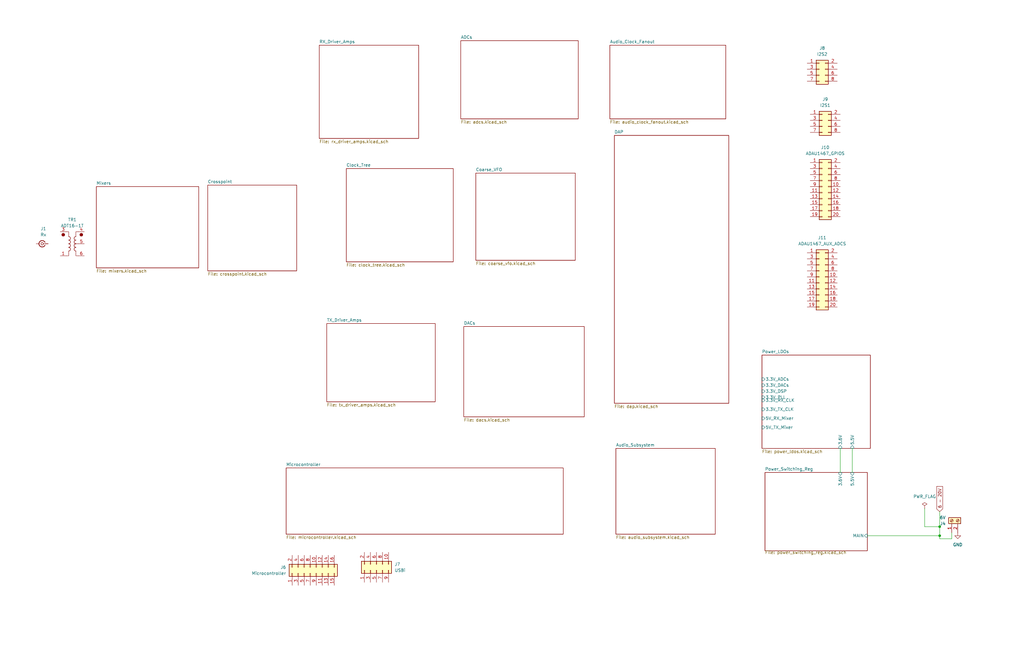
<source format=kicad_sch>
(kicad_sch (version 20250114) (generator "eeschema") (generator_version "9.0")
  (paper "B")
  (title_block (title "HF Software Defined Radio with Polyphase Mixer (12 Phase)") (date "2025-12-31") (rev "0.0") (company "Andy McCann KA3KAF and Doug McCann KA3KAG"))
  (lib_symbols
    (symbol "Connector:Conn_Coaxial_Small" (pin_numbers (hide yes)) (pin_names (offset 1.016) (hide yes))
      (property "Reference" "J" (at 0.254 3.048 0))
      (property "Value" "Conn_Coaxial_Small" (at 0 -3.81 0))
      (symbol "Conn_Coaxial_Small_0_1"
        (polyline (pts (xy -2.54 0) (xy -0.508 0)))
        (circle (center 0 0) (radius 0.508) (stroke (width 0.2032)))
      )
      (symbol "Conn_Coaxial_Small_1_1"
        (arc (start 1.3484 0.0039) (mid 0.327 -1.308) (end -1.1916 -0.6311) (stroke (width 0.3048)))
        (arc (start -1.1916 0.6311) (mid 0.327 1.3081) (end 1.3484 -0.0039) (stroke (width 0.3048)))
        (pin passive line (at -2.54 0 0) (length 1.27) (name "In") (number "1"))
        (pin passive line (at 2.54 0 180) (length 1.27) (name "Ext") (number "2"))
      )
    )
    (symbol "Connector:Screw_Terminal_01x02" (pin_names (offset 1.016) (hide yes))
      (property "Reference" "J" (at 0 2.54 0))
      (property "Value" "Screw_Terminal_01x02" (at 0 -5.08 0))
      (symbol "Screw_Terminal_01x02_1_1"
        (rectangle (start -1.27 1.27) (end 1.27 -3.81) (stroke (width 0.254)) (fill (type background)))
        (polyline (pts (xy -0.5334 0.3302) (xy 0.3302 -0.508)) (stroke (width 0.1524)))
        (polyline (pts (xy -0.5334 -2.2098) (xy 0.3302 -3.048)) (stroke (width 0.1524)))
        (polyline (pts (xy -0.3556 0.508) (xy 0.508 -0.3302)) (stroke (width 0.1524)))
        (polyline (pts (xy -0.3556 -2.032) (xy 0.508 -2.8702)) (stroke (width 0.1524)))
        (circle (center 0 0) (radius 0.635) (stroke (width 0.1524)))
        (circle (center 0 -2.54) (radius 0.635) (stroke (width 0.1524)))
        (pin passive line (at -5.08 0 0) (length 3.81) (name "Pin_1") (number "1"))
        (pin passive line (at -5.08 -2.54 0) (length 3.81) (name "Pin_2") (number "2"))
      )
    )
    (symbol "Connector_Generic:Conn_02x04_Odd_Even" (pin_names (offset 1.016) (hide yes))
      (property "Reference" "J" (at 1.27 5.08 0))
      (property "Value" "Conn_02x04_Odd_Even" (at 1.27 -7.62 0))
      (symbol "Conn_02x04_Odd_Even_1_1"
        (rectangle (start -1.27 3.81) (end 3.81 -6.35) (stroke (width 0.254)) (fill (type background)))
        (rectangle (start -1.27 2.667) (end 0 2.413) (stroke (width 0.1524)))
        (rectangle (start -1.27 0.127) (end 0 -0.127) (stroke (width 0.1524)))
        (rectangle (start -1.27 -2.413) (end 0 -2.667) (stroke (width 0.1524)))
        (rectangle (start -1.27 -4.953) (end 0 -5.207) (stroke (width 0.1524)))
        (rectangle (start 3.81 2.667) (end 2.54 2.413) (stroke (width 0.1524)))
        (rectangle (start 3.81 0.127) (end 2.54 -0.127) (stroke (width 0.1524)))
        (rectangle (start 3.81 -2.413) (end 2.54 -2.667) (stroke (width 0.1524)))
        (rectangle (start 3.81 -4.953) (end 2.54 -5.207) (stroke (width 0.1524)))
        (pin passive line (at -5.08 2.54 0) (length 3.81) (name "Pin_1") (number "1"))
        (pin passive line (at -5.08 0 0) (length 3.81) (name "Pin_3") (number "3"))
        (pin passive line (at -5.08 -2.54 0) (length 3.81) (name "Pin_5") (number "5"))
        (pin passive line (at -5.08 -5.08 0) (length 3.81) (name "Pin_7") (number "7"))
        (pin passive line (at 7.62 2.54 180) (length 3.81) (name "Pin_2") (number "2"))
        (pin passive line (at 7.62 0 180) (length 3.81) (name "Pin_4") (number "4"))
        (pin passive line (at 7.62 -2.54 180) (length 3.81) (name "Pin_6") (number "6"))
        (pin passive line (at 7.62 -5.08 180) (length 3.81) (name "Pin_8") (number "8"))
      )
    )
    (symbol "Connector_Generic:Conn_02x05_Odd_Even" (pin_names (offset 1.016) (hide yes))
      (property "Reference" "J" (at 1.27 7.62 0))
      (property "Value" "Conn_02x05_Odd_Even" (at 1.27 -7.62 0))
      (symbol "Conn_02x05_Odd_Even_1_1"
        (rectangle (start -1.27 6.35) (end 3.81 -6.35) (stroke (width 0.254)) (fill (type background)))
        (rectangle (start -1.27 5.207) (end 0 4.953) (stroke (width 0.1524)))
        (rectangle (start -1.27 2.667) (end 0 2.413) (stroke (width 0.1524)))
        (rectangle (start -1.27 0.127) (end 0 -0.127) (stroke (width 0.1524)))
        (rectangle (start -1.27 -2.413) (end 0 -2.667) (stroke (width 0.1524)))
        (rectangle (start -1.27 -4.953) (end 0 -5.207) (stroke (width 0.1524)))
        (rectangle (start 3.81 5.207) (end 2.54 4.953) (stroke (width 0.1524)))
        (rectangle (start 3.81 2.667) (end 2.54 2.413) (stroke (width 0.1524)))
        (rectangle (start 3.81 0.127) (end 2.54 -0.127) (stroke (width 0.1524)))
        (rectangle (start 3.81 -2.413) (end 2.54 -2.667) (stroke (width 0.1524)))
        (rectangle (start 3.81 -4.953) (end 2.54 -5.207) (stroke (width 0.1524)))
        (pin passive line (at -5.08 5.08 0) (length 3.81) (name "Pin_1") (number "1"))
        (pin passive line (at -5.08 2.54 0) (length 3.81) (name "Pin_3") (number "3"))
        (pin passive line (at -5.08 0 0) (length 3.81) (name "Pin_5") (number "5"))
        (pin passive line (at -5.08 -2.54 0) (length 3.81) (name "Pin_7") (number "7"))
        (pin passive line (at -5.08 -5.08 0) (length 3.81) (name "Pin_9") (number "9"))
        (pin passive line (at 7.62 5.08 180) (length 3.81) (name "Pin_2") (number "2"))
        (pin passive line (at 7.62 2.54 180) (length 3.81) (name "Pin_4") (number "4"))
        (pin passive line (at 7.62 0 180) (length 3.81) (name "Pin_6") (number "6"))
        (pin passive line (at 7.62 -2.54 180) (length 3.81) (name "Pin_8") (number "8"))
        (pin passive line (at 7.62 -5.08 180) (length 3.81) (name "Pin_10") (number "10"))
      )
    )
    (symbol "Connector_Generic:Conn_02x08_Odd_Even" (pin_names (offset 1.016) (hide yes))
      (property "Reference" "J" (at 1.27 10.16 0))
      (property "Value" "Conn_02x08_Odd_Even" (at 1.27 -12.7 0))
      (symbol "Conn_02x08_Odd_Even_1_1"
        (rectangle (start -1.27 8.89) (end 3.81 -11.43) (stroke (width 0.254)) (fill (type background)))
        (rectangle (start -1.27 7.747) (end 0 7.493) (stroke (width 0.1524)))
        (rectangle (start -1.27 5.207) (end 0 4.953) (stroke (width 0.1524)))
        (rectangle (start -1.27 2.667) (end 0 2.413) (stroke (width 0.1524)))
        (rectangle (start -1.27 0.127) (end 0 -0.127) (stroke (width 0.1524)))
        (rectangle (start -1.27 -2.413) (end 0 -2.667) (stroke (width 0.1524)))
        (rectangle (start -1.27 -4.953) (end 0 -5.207) (stroke (width 0.1524)))
        (rectangle (start -1.27 -7.493) (end 0 -7.747) (stroke (width 0.1524)))
        (rectangle (start -1.27 -10.033) (end 0 -10.287) (stroke (width 0.1524)))
        (rectangle (start 3.81 7.747) (end 2.54 7.493) (stroke (width 0.1524)))
        (rectangle (start 3.81 5.207) (end 2.54 4.953) (stroke (width 0.1524)))
        (rectangle (start 3.81 2.667) (end 2.54 2.413) (stroke (width 0.1524)))
        (rectangle (start 3.81 0.127) (end 2.54 -0.127) (stroke (width 0.1524)))
        (rectangle (start 3.81 -2.413) (end 2.54 -2.667) (stroke (width 0.1524)))
        (rectangle (start 3.81 -4.953) (end 2.54 -5.207) (stroke (width 0.1524)))
        (rectangle (start 3.81 -7.493) (end 2.54 -7.747) (stroke (width 0.1524)))
        (rectangle (start 3.81 -10.033) (end 2.54 -10.287) (stroke (width 0.1524)))
        (pin passive line (at -5.08 7.62 0) (length 3.81) (name "Pin_1") (number "1"))
        (pin passive line (at -5.08 5.08 0) (length 3.81) (name "Pin_3") (number "3"))
        (pin passive line (at -5.08 2.54 0) (length 3.81) (name "Pin_5") (number "5"))
        (pin passive line (at -5.08 0 0) (length 3.81) (name "Pin_7") (number "7"))
        (pin passive line (at -5.08 -2.54 0) (length 3.81) (name "Pin_9") (number "9"))
        (pin passive line (at -5.08 -5.08 0) (length 3.81) (name "Pin_11") (number "11"))
        (pin passive line (at -5.08 -7.62 0) (length 3.81) (name "Pin_13") (number "13"))
        (pin passive line (at -5.08 -10.16 0) (length 3.81) (name "Pin_15") (number "15"))
        (pin passive line (at 7.62 7.62 180) (length 3.81) (name "Pin_2") (number "2"))
        (pin passive line (at 7.62 5.08 180) (length 3.81) (name "Pin_4") (number "4"))
        (pin passive line (at 7.62 2.54 180) (length 3.81) (name "Pin_6") (number "6"))
        (pin passive line (at 7.62 0 180) (length 3.81) (name "Pin_8") (number "8"))
        (pin passive line (at 7.62 -2.54 180) (length 3.81) (name "Pin_10") (number "10"))
        (pin passive line (at 7.62 -5.08 180) (length 3.81) (name "Pin_12") (number "12"))
        (pin passive line (at 7.62 -7.62 180) (length 3.81) (name "Pin_14") (number "14"))
        (pin passive line (at 7.62 -10.16 180) (length 3.81) (name "Pin_16") (number "16"))
      )
    )
    (symbol "Connector_Generic:Conn_02x10_Odd_Even" (pin_names (offset 1.016) (hide yes))
      (property "Reference" "J" (at 1.27 12.7 0))
      (property "Value" "Conn_02x10_Odd_Even" (at 1.27 -15.24 0))
      (symbol "Conn_02x10_Odd_Even_1_1"
        (rectangle (start -1.27 11.43) (end 3.81 -13.97) (stroke (width 0.254)) (fill (type background)))
        (rectangle (start -1.27 10.287) (end 0 10.033) (stroke (width 0.1524)))
        (rectangle (start -1.27 7.747) (end 0 7.493) (stroke (width 0.1524)))
        (rectangle (start -1.27 5.207) (end 0 4.953) (stroke (width 0.1524)))
        (rectangle (start -1.27 2.667) (end 0 2.413) (stroke (width 0.1524)))
        (rectangle (start -1.27 0.127) (end 0 -0.127) (stroke (width 0.1524)))
        (rectangle (start -1.27 -2.413) (end 0 -2.667) (stroke (width 0.1524)))
        (rectangle (start -1.27 -4.953) (end 0 -5.207) (stroke (width 0.1524)))
        (rectangle (start -1.27 -7.493) (end 0 -7.747) (stroke (width 0.1524)))
        (rectangle (start -1.27 -10.033) (end 0 -10.287) (stroke (width 0.1524)))
        (rectangle (start -1.27 -12.573) (end 0 -12.827) (stroke (width 0.1524)))
        (rectangle (start 3.81 10.287) (end 2.54 10.033) (stroke (width 0.1524)))
        (rectangle (start 3.81 7.747) (end 2.54 7.493) (stroke (width 0.1524)))
        (rectangle (start 3.81 5.207) (end 2.54 4.953) (stroke (width 0.1524)))
        (rectangle (start 3.81 2.667) (end 2.54 2.413) (stroke (width 0.1524)))
        (rectangle (start 3.81 0.127) (end 2.54 -0.127) (stroke (width 0.1524)))
        (rectangle (start 3.81 -2.413) (end 2.54 -2.667) (stroke (width 0.1524)))
        (rectangle (start 3.81 -4.953) (end 2.54 -5.207) (stroke (width 0.1524)))
        (rectangle (start 3.81 -7.493) (end 2.54 -7.747) (stroke (width 0.1524)))
        (rectangle (start 3.81 -10.033) (end 2.54 -10.287) (stroke (width 0.1524)))
        (rectangle (start 3.81 -12.573) (end 2.54 -12.827) (stroke (width 0.1524)))
        (pin passive line (at -5.08 10.16 0) (length 3.81) (name "Pin_1") (number "1"))
        (pin passive line (at -5.08 7.62 0) (length 3.81) (name "Pin_3") (number "3"))
        (pin passive line (at -5.08 5.08 0) (length 3.81) (name "Pin_5") (number "5"))
        (pin passive line (at -5.08 2.54 0) (length 3.81) (name "Pin_7") (number "7"))
        (pin passive line (at -5.08 0 0) (length 3.81) (name "Pin_9") (number "9"))
        (pin passive line (at -5.08 -2.54 0) (length 3.81) (name "Pin_11") (number "11"))
        (pin passive line (at -5.08 -5.08 0) (length 3.81) (name "Pin_13") (number "13"))
        (pin passive line (at -5.08 -7.62 0) (length 3.81) (name "Pin_15") (number "15"))
        (pin passive line (at -5.08 -10.16 0) (length 3.81) (name "Pin_17") (number "17"))
        (pin passive line (at -5.08 -12.7 0) (length 3.81) (name "Pin_19") (number "19"))
        (pin passive line (at 7.62 10.16 180) (length 3.81) (name "Pin_2") (number "2"))
        (pin passive line (at 7.62 7.62 180) (length 3.81) (name "Pin_4") (number "4"))
        (pin passive line (at 7.62 5.08 180) (length 3.81) (name "Pin_6") (number "6"))
        (pin passive line (at 7.62 2.54 180) (length 3.81) (name "Pin_8") (number "8"))
        (pin passive line (at 7.62 0 180) (length 3.81) (name "Pin_10") (number "10"))
        (pin passive line (at 7.62 -2.54 180) (length 3.81) (name "Pin_12") (number "12"))
        (pin passive line (at 7.62 -5.08 180) (length 3.81) (name "Pin_14") (number "14"))
        (pin passive line (at 7.62 -7.62 180) (length 3.81) (name "Pin_16") (number "16"))
        (pin passive line (at 7.62 -10.16 180) (length 3.81) (name "Pin_18") (number "18"))
        (pin passive line (at 7.62 -12.7 180) (length 3.81) (name "Pin_20") (number "20"))
      )
    )
    (symbol "Transformer:ADT16-1T" (pin_names (hide yes))
      (property "Reference" "TR" (at 0 6.35 0))
      (property "Value" "ADT16-1T" (at 0 -6.985 0))
      (symbol "ADT16-1T_0_1"
        (circle (center -3.81 3.81) (radius 0.635) (fill (type outline)))
        (polyline (pts (xy -2.54 5.08) (xy -1.524 5.08) (xy -1.524 3.048)) (stroke (width 0.1524)))
        (arc (start -1.524 3.048) (mid -0.7653 2.286) (end -1.524 1.524) (stroke (width 0.2032)))
        (arc (start -1.524 1.524) (mid -0.7653 0.762) (end -1.524 0) (stroke (width 0.2032)))
        (arc (start -1.524 0) (mid -0.7653 -0.762) (end -1.524 -1.524) (stroke (width 0.2032)))
        (arc (start -1.524 -1.524) (mid -0.7653 -2.286) (end -1.524 -3.048) (stroke (width 0.2032)))
        (polyline (pts (xy -1.524 -3.048) (xy -1.524 -5.08) (xy -2.54 -5.08)) (stroke (width 0.1524)))
        (polyline (pts (xy 1.524 3.048) (xy 1.524 5.08) (xy 2.54 5.08)) (stroke (width 0.1524)))
        (arc (start 1.524 1.524) (mid 0.7653 2.286) (end 1.524 3.048) (stroke (width 0.2032)))
        (arc (start 1.524 0) (mid 0.7653 0.762) (end 1.524 1.524) (stroke (width 0.2032)))
        (arc (start 1.524 -1.524) (mid 0.7653 -0.762) (end 1.524 0) (stroke (width 0.2032)))
        (arc (start 1.524 -3.048) (mid 0.7653 -2.286) (end 1.524 -1.524) (stroke (width 0.2032)))
        (polyline (pts (xy 2.54 0) (xy 1.27 0)) (stroke (width 0.1524)))
        (polyline (pts (xy 2.54 -5.08) (xy 1.524 -5.08) (xy 1.524 -3.048)) (stroke (width 0.1524)))
        (circle (center 3.81 3.81) (radius 0.635) (fill (type outline)))
      )
      (symbol "ADT16-1T_1_1"
        (pin passive line (at -5.08 5.08 0) (length 2.54) (name "~") (number "3"))
        (pin passive line (at -5.08 -5.08 0) (length 2.54) (name "~") (number "1"))
        (pin no_connect line (at -2.54 0 0) (length 2.54) (hide yes) (name "~") (number "2"))
        (pin passive line (at 5.08 5.08 180) (length 2.54) (name "~") (number "4"))
        (pin passive line (at 5.08 0 180) (length 2.54) (name "~") (number "5"))
        (pin passive line (at 5.08 -5.08 180) (length 2.54) (name "~") (number "6"))
      )
    )
    (symbol "power:GND" (power) (pin_numbers (hide yes)) (pin_names (offset 0) (hide yes))
      (property "Value" "GND" (at 0 -3.81 0))
      (symbol "GND_0_1"
        (polyline (pts (xy 0 0) (xy 0 -1.27) (xy 1.27 -1.27) (xy 0 -2.54) (xy -1.27 -1.27) (xy 0 -1.27)))
      )
      (symbol "GND_1_1"
        (pin power_in line (at 0 0 270) (length 0) (name "~") (number "1"))
      )
    )
    (symbol "power:PWR_FLAG" (power) (pin_numbers (hide yes)) (pin_names (offset 0) (hide yes))
      (property "Value" "PWR_FLAG" (at 0 3.81 0))
      (symbol "PWR_FLAG_0_0"
        (pin power_out line (at 0 0 90) (length 0) (name "~") (number "1"))
      )
      (symbol "PWR_FLAG_0_1"
        (polyline (pts (xy 0 0) (xy 0 1.27) (xy -1.016 1.905) (xy 0 2.54) (xy 1.016 1.905) (xy 0 1.27)))
      )
    )
  )
  (junction (at 396.24 226.06))
  (junction (at 396.24 222.25))
  (wire (pts (xy 401.32 227.33) (xy 396.24 227.33)))
  (wire (pts (xy 396.24 226.06) (xy 396.24 227.33)))
  (wire (pts (xy 396.24 222.25) (xy 396.24 226.06)))
  (wire (pts (xy 401.32 224.79) (xy 401.32 227.33)))
  (wire (pts (xy 389.89 214.63) (xy 389.89 222.25)))
  (wire (pts (xy 354.33 189.23) (xy 354.33 199.39)))
  (wire (pts (xy 365.76 226.06) (xy 396.24 226.06)))
  (wire (pts (xy 389.89 222.25) (xy 396.24 222.25)))
  (wire (pts (xy 396.24 215.9) (xy 396.24 222.25)))
  (wire (pts (xy 359.41 189.23) (xy 359.41 199.39)))
  (global_label "6 - 20V" (shape input) (at 396.24 215.9 90) (property "Intersheetrefs" "${INTERSHEET_REFS}" (effects (hide yes))))
  (symbol (lib_id "Connector:Screw_Terminal_01x02") (at 401.32 219.71 90) (unit 1)
    (property "Reference" "J4" (at 398.78 220.9801 90) (effects (justify left)))
    (property "Value" "6V" (at 398.78 218.4401 90) (effects (justify left)))
    (property "Description" "Generic screw terminal, single row, 01x02, script generated (kicad-library-utils/schlib/autogen/connector/)" (effects (hide yes)))
  )
  (symbol (lib_id "Connector_Generic:Conn_02x08_Odd_Even") (at 130.81 241.935 90) (unit 1)
    (property "Reference" "J6" (at 120.65 239.3949 90) (effects (justify left)))
    (property "Value" "Microcontroller" (at 120.65 241.9349 90) (effects (justify left)))
    (property "Description" "Generic connector, double row, 02x08, odd/even pin numbering scheme (row 1 odd numbers, row 2 even numbers), script generated (kicad-library-utils/schlib/autogen/connector/)" (effects (hide yes)))
  )
  (symbol (lib_id "Connector_Generic:Conn_02x05_Odd_Even") (at 158.75 240.665 90) (unit 1)
    (property "Reference" "J7" (at 166.37 238.1249 90) (effects (justify right)))
    (property "Value" "USBi" (at 166.37 240.6649 90) (effects (justify right)))
    (property "Description" "Generic connector, double row, 02x05, odd/even pin numbering scheme (row 1 odd numbers, row 2 even numbers), script generated (kicad-library-utils/schlib/autogen/connector/)" (effects (hide yes)))
  )
  (symbol (lib_id "Connector_Generic:Conn_02x04_Odd_Even") (at 346.71 50.8 0) (unit 1)
    (property "Reference" "J9" (at 347.98 41.91 0))
    (property "Value" "I2S1" (at 347.98 44.45 0))
    (property "Description" "Generic connector, double row, 02x04, odd/even pin numbering scheme (row 1 odd numbers, row 2 even numbers), script generated (kicad-library-utils/schlib/autogen/connector/)" (effects (hide yes)))
  )
  (symbol (lib_id "Transformer:ADT16-1T") (at 30.48 102.87 0) (unit 1)
    (property "Reference" "TR1" (at 30.48 92.71 0))
    (property "Value" "ADT16-1T" (at 30.48 95.25 0))
    (property "Footprint" "RF_Mini-Circuits:Mini-Circuits_CD542_H2.84mm" (effects (hide yes)))
    (property "Datasheet" "https://www.minicircuits.com/pdfs/ADT16-1T+.pdf" (effects (hide yes)))
    (property "Description" "1.5-160MHz 1:16 RF Transformer, Unbalanced to Balanced Center Tap, CD542" (effects (hide yes)))
  )
  (symbol (lib_id "Connector:Conn_Coaxial_Small") (at 17.78 102.87 180) (unit 1)
    (property "Reference" "J1" (at 18.2995 96.52 0))
    (property "Value" "Rx" (at 18.2995 99.06 0))
    (property "Description" "small coaxial connector (BNC, SMA, SMB, SMC, Cinch/RCA, LEMO, ...)" (effects (hide yes)))
  )
  (symbol (lib_id "Connector_Generic:Conn_02x04_Odd_Even") (at 345.44 29.21 0) (unit 1)
    (property "Reference" "J8" (at 346.71 20.32 0))
    (property "Value" "I2S2" (at 346.71 22.86 0))
    (property "Description" "Generic connector, double row, 02x04, odd/even pin numbering scheme (row 1 odd numbers, row 2 even numbers), script generated (kicad-library-utils/schlib/autogen/connector/)" (effects (hide yes)))
  )
  (symbol (lib_id "Connector_Generic:Conn_02x10_Odd_Even") (at 345.44 116.84 0) (unit 1)
    (property "Reference" "J11" (at 346.71 100.33 0))
    (property "Value" "ADAU1467_AUX_ADCS" (at 346.71 102.87 0))
    (property "Description" "Generic connector, double row, 02x10, odd/even pin numbering scheme (row 1 odd numbers, row 2 even numbers), script generated (kicad-library-utils/schlib/autogen/connector/)" (effects (hide yes)))
  )
  (symbol (lib_id "Connector_Generic:Conn_02x10_Odd_Even") (at 346.71 78.74 0) (unit 1)
    (property "Reference" "J10" (at 347.98 62.23 0))
    (property "Value" "ADAU1467_GPIOS" (at 347.98 64.77 0))
    (property "Description" "Generic connector, double row, 02x10, odd/even pin numbering scheme (row 1 odd numbers, row 2 even numbers), script generated (kicad-library-utils/schlib/autogen/connector/)" (effects (hide yes)))
  )
  (symbol (lib_id "power:GND") (at 403.86 224.79 0) (unit 1)
    (property "Reference" "#PWR033" (effects (hide yes)))
    (property "Value" "GND" (at 403.86 229.87 0))
    (property "Description" "Power symbol creates a global label with name \"GND\" , ground" (effects (hide yes)))
  )
  (symbol (lib_id "power:PWR_FLAG") (at 389.89 214.63 0) (unit 1)
    (property "Reference" "#FLG01" (effects (hide yes)))
    (property "Value" "PWR_FLAG" (at 389.89 209.55 0))
    (property "Description" "Special symbol for telling ERC where power comes from" (effects (hide yes)))
  )
  (sheet (at 195.58 137.795) (size 50.8 38.1) (stroke (width 0.1524))
    (property "Sheetname" "DACs" (at 195.58 137.0834 0) (effects (justify left bottom)))
    (property "Sheetfile" "dacs.kicad_sch" (at 195.58 176.4796 0) (effects (justify left top)))
  )
  (sheet (at 87.63 78.105) (size 37.465 36.195) (stroke (width 0.1524))
    (property "Sheetname" "Crosspoint" (at 87.63 77.3934 0) (effects (justify left bottom)))
    (property "Sheetfile" "crosspoint.kicad_sch" (at 87.63 114.8846 0) (effects (justify left top)))
  )
  (sheet (at 120.65 197.485) (size 116.84 27.94) (stroke (width 0.1524))
    (property "Sheetname" "Microcontroller" (at 120.65 196.7734 0) (effects (justify left bottom)))
    (property "Sheetfile" "microcontroller.kicad_sch" (at 120.65 226.0096 0) (effects (justify left top)))
  )
  (sheet (at 322.58 199.39) (size 43.18 33.02) (stroke (width 0.1524))
    (property "Sheetname" "Power_Switching_Reg" (at 322.58 198.6784 0) (effects (justify left bottom)))
    (property "Sheetfile" "power_switching_reg.kicad_sch" (at 322.58 232.3596 0) (effects (justify left top)))
    (pin "MAIN" input (at 365.76 226.06 0))
    (pin "3.6V" input (at 354.33 199.39 90))
    (pin "5.5V" input (at 359.41 199.39 90))
  )
  (sheet (at 146.05 71.12) (size 45.085 39.37) (stroke (width 0.1524))
    (property "Sheetname" "Clock_Tree" (at 146.05 70.4084 0) (effects (justify left bottom)))
    (property "Sheetfile" "clock_tree.kicad_sch" (at 146.05 111.0746 0) (effects (justify left top)))
  )
  (sheet (at 200.66 73.025) (size 41.91 36.83) (stroke (width 0.1524))
    (property "Sheetname" "Coarse_VFO" (at 200.66 72.3134 0) (effects (justify left bottom)))
    (property "Sheetfile" "coarse_vfo.kicad_sch" (at 200.66 110.4396 0) (effects (justify left top)))
  )
  (sheet (at 259.715 189.23) (size 41.91 36.195) (stroke (width 0.1524))
    (property "Sheetname" "Audio_Subsystem" (at 259.715 188.5184 0) (effects (justify left bottom)))
    (property "Sheetfile" "audio_subsystem.kicad_sch" (at 259.715 226.0096 0) (effects (justify left top)))
  )
  (sheet (at 194.31 17.145) (size 49.53 33.02) (stroke (width 0.1524))
    (property "Sheetname" "ADCs" (at 194.31 16.4334 0) (effects (justify left bottom)))
    (property "Sheetfile" "adcs.kicad_sch" (at 194.31 50.7496 0) (effects (justify left top)))
  )
  (sheet (at 321.31 149.86) (size 45.72 39.37) (stroke (width 0.1524))
    (property "Sheetname" "Power_LDOs" (at 321.31 149.1484 0) (effects (justify left bottom)))
    (property "Sheetfile" "power_ldos.kicad_sch" (at 321.31 189.8146 0) (effects (justify left top)))
    (pin "5V_TX_Mixer" input (at 321.31 180.34 180))
    (pin "5.5V" input (at 359.41 189.23 270))
    (pin "3.6V" input (at 354.33 189.23 270))
    (pin "3.3V_ADCs" input (at 321.31 160.02 180))
    (pin "3.3V_DACs" input (at 321.31 162.56 180))
    (pin "3.3V_DSP" input (at 321.31 165.1 180))
    (pin "3.3V_PLL" input (at 321.31 167.64 180))
    (pin "3.3V_RX_CLK" input (at 321.31 168.91 180))
    (pin "3.3V_TX_CLK" input (at 321.31 172.72 180))
    (pin "5V_RX_Mixer" input (at 321.31 176.53 180))
  )
  (sheet (at 40.64 78.74) (size 43.18 34.29) (stroke (width 0.1524))
    (property "Sheetname" "Mixers" (at 40.64 78.0284 0) (effects (justify left bottom)))
    (property "Sheetfile" "mixers.kicad_sch" (at 40.64 113.6146 0) (effects (justify left top)))
  )
  (sheet (at 137.795 136.525) (size 45.72 33.02) (stroke (width 0.1524))
    (property "Sheetname" "TX_Driver_Amps" (at 137.795 135.8134 0) (effects (justify left bottom)))
    (property "Sheetfile" "tx_driver_amps.kicad_sch" (at 137.795 170.1296 0) (effects (justify left top)))
  )
  (sheet (at 134.62 19.05) (size 41.91 39.37) (stroke (width 0.1524))
    (property "Sheetname" "RX_Driver_Amps" (at 134.62 18.3384 0) (effects (justify left bottom)))
    (property "Sheetfile" "rx_driver_amps.kicad_sch" (at 134.62 59.0046 0) (effects (justify left top)))
  )
  (sheet (at 257.175 19.05) (size 48.895 31.115) (stroke (width 0.1524))
    (property "Sheetname" "Audio_Clock_Fanout" (at 257.175 18.3384 0) (effects (justify left bottom)))
    (property "Sheetfile" "audio_clock_fanout.kicad_sch" (at 257.175 50.7496 0) (effects (justify left top)))
  )
  (sheet (at 259.08 57.15) (size 48.26 113.03) (stroke (width 0.1524))
    (property "Sheetname" "DAP" (at 259.08 56.4384 0) (effects (justify left bottom)))
    (property "Sheetfile" "dap.kicad_sch" (at 259.08 170.7646 0) (effects (justify left top)))
  )
)
</source>
